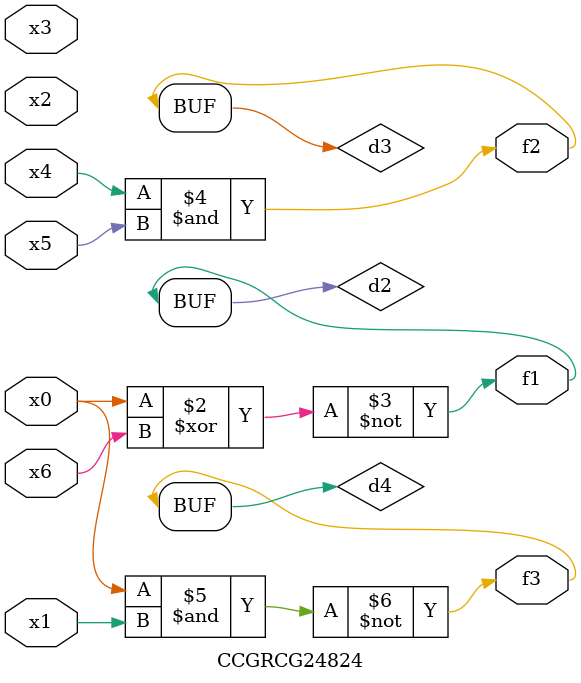
<source format=v>
module CCGRCG24824(
	input x0, x1, x2, x3, x4, x5, x6,
	output f1, f2, f3
);

	wire d1, d2, d3, d4;

	nor (d1, x0);
	xnor (d2, x0, x6);
	and (d3, x4, x5);
	nand (d4, x0, x1);
	assign f1 = d2;
	assign f2 = d3;
	assign f3 = d4;
endmodule

</source>
